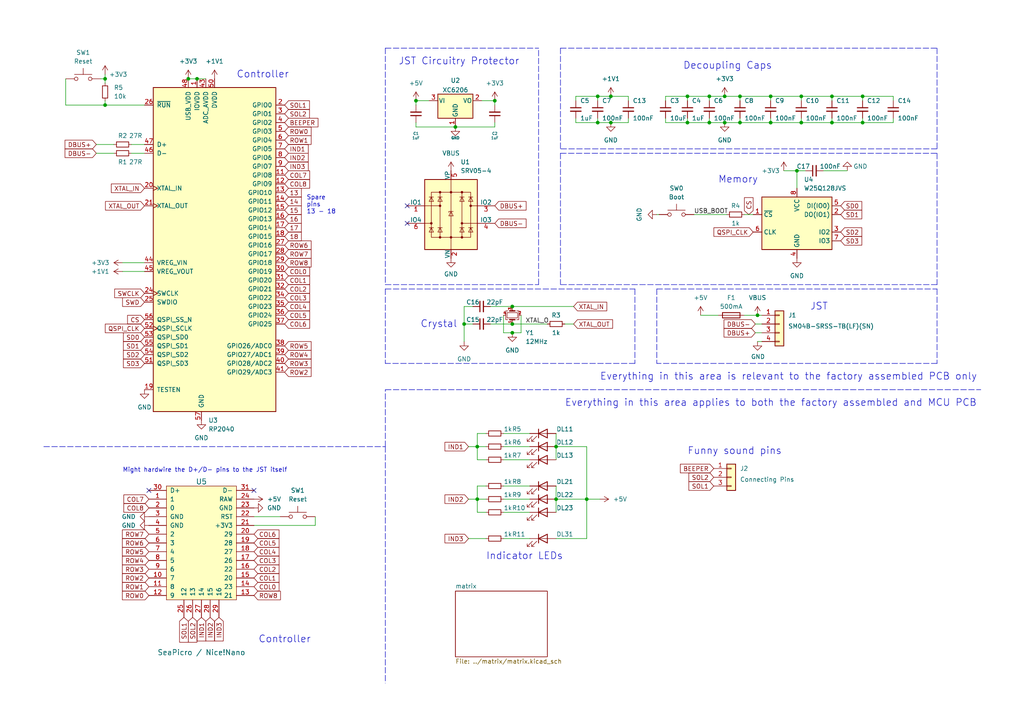
<source format=kicad_sch>
(kicad_sch (version 20211123) (generator eeschema)
  (paper "A4")
  (lib_symbols
    (symbol "Conn_01x04_1" (pin_names (offset 1.016) hide)
      (property "Reference" "J2" (at 2.54 2.54 0))
      (property "Value" "Conn_01x04_1" (at 2.54 -0.635 0))
      (symbol "Conn_01x04_1_1_1"
        (pin passive line (at -5.08 2.54 0) (length 3.81) (name "Pin_1") (number "1"))
        (pin passive line (at -5.08 0 0) (length 3.81) (name "Pin_2") (number "2"))
        (pin passive line (at -5.08 -2.54 0) (length 3.81) (name "Pin_3") (number "3"))
      )
    )
    (symbol "Connector_Generic:Conn_01x04" (pin_names (offset 1.016) hide)
      (property "Reference" "J" (at 0 5.08 0))
      (property "Value" "Conn_01x04" (at 0 -7.62 0))
      (symbol "Conn_01x04_1_1"
        (pin passive line (at -5.08 2.54 0) (length 3.81) (name "Pin_1") (number "1"))
        (pin passive line (at -5.08 0 0) (length 3.81) (name "Pin_2") (number "2"))
        (pin passive line (at -5.08 -2.54 0) (length 3.81) (name "Pin_3") (number "3"))
        (pin passive line (at -5.08 -5.08 0) (length 3.81) (name "Pin_4") (number "4"))
      )
    )
    (symbol "Device:C_Small" (pin_numbers hide) (pin_names (offset 0.254) hide)
      (property "Reference" "C" (at 0.254 1.778 0))
      (property "Value" "C_Small" (at 0.254 -2.032 0))
      (symbol "C_Small_1_1"
        (pin passive line (at 0 2.54 270) (length 2.032) (name "~") (number "1"))
        (pin passive line (at 0 -2.54 90) (length 2.032) (name "~") (number "2"))
      )
    )
    (symbol "Device:Crystal_GND24_Small" (pin_names (offset 1.016) hide)
      (property "Reference" "Y" (at 1.27 4.445 0))
      (property "Value" "Crystal_GND24_Small" (at 1.27 2.54 0))
      (symbol "Crystal_GND24_Small_1_1"
        (pin passive line (at -2.54 0 0) (length 1.27) (name "1") (number "1"))
        (pin passive line (at 0 -2.54 90) (length 0.635) (name "2") (number "2"))
        (pin passive line (at 2.54 0 180) (length 1.27) (name "3") (number "3"))
        (pin passive line (at 0 2.54 270) (length 0.635) (name "4") (number "4"))
      )
    )
    (symbol "Device:Fuse" (pin_numbers hide) (pin_names (offset 0))
      (property "Reference" "F" (at 2.032 0 90))
      (property "Value" "Fuse" (at -1.905 0 90))
      (symbol "Fuse_1_1"
        (pin passive line (at 0 3.81 270) (length 1.27) (name "~") (number "1"))
        (pin passive line (at 0 -3.81 90) (length 1.27) (name "~") (number "2"))
      )
    )
    (symbol "Device:LED" (pin_numbers hide) (pin_names (offset 1.016) hide)
      (property "Reference" "D" (at 0 2.54 0))
      (property "Value" "LED" (at 0 -2.54 0))
      (symbol "LED_1_1"
        (pin passive line (at -3.81 0 0) (length 2.54) (name "K") (number "1"))
        (pin passive line (at 3.81 0 180) (length 2.54) (name "A") (number "2"))
      )
    )
    (symbol "Device:R_Small" (pin_numbers hide) (pin_names (offset 0.254) hide)
      (property "Reference" "R" (at 0.762 0.508 0))
      (property "Value" "R_Small" (at 0.762 -1.016 0))
      (symbol "R_Small_1_1"
        (pin passive line (at 0 2.54 270) (length 0.762) (name "~") (number "1"))
        (pin passive line (at 0 -2.54 90) (length 0.762) (name "~") (number "2"))
      )
    )
    (symbol "Memory_Flash:W25Q128JVS"
      (property "Reference" "U" (at -8.89 8.89 0))
      (property "Value" "W25Q128JVS" (at 7.62 8.89 0))
      (symbol "W25Q128JVS_1_1"
        (pin input line (at -12.7 2.54 0) (length 2.54) (name "~{CS}") (number "1"))
        (pin bidirectional line (at 12.7 2.54 180) (length 2.54) (name "DO(IO1)") (number "2"))
        (pin bidirectional line (at 12.7 -2.54 180) (length 2.54) (name "IO2") (number "3"))
        (pin power_in line (at 0 -10.16 90) (length 2.54) (name "GND") (number "4"))
        (pin bidirectional line (at 12.7 5.08 180) (length 2.54) (name "DI(IO0)") (number "5"))
        (pin input line (at -12.7 -2.54 0) (length 2.54) (name "CLK") (number "6"))
        (pin bidirectional line (at 12.7 -5.08 180) (length 2.54) (name "IO3") (number "7"))
        (pin power_in line (at 0 10.16 270) (length 2.54) (name "VCC") (number "8"))
      )
    )
    (symbol "Regulator_Linear:XC6206PxxxMR" (pin_names (offset 0.254))
      (property "Reference" "U" (at -3.81 3.175 0))
      (property "Value" "XC6206PxxxMR" (at 0 3.175 0))
      (symbol "XC6206PxxxMR_1_1"
        (pin power_in line (at 0 -7.62 90) (length 2.54) (name "GND") (number "1"))
        (pin power_out line (at 7.62 0 180) (length 2.54) (name "VO") (number "2"))
        (pin power_in line (at -7.62 0 0) (length 2.54) (name "VI") (number "3"))
      )
    )
    (symbol "Sleep-lib:RP2040" (pin_names (offset 1.016))
      (property "Reference" "U" (at 8.89 51.435 0))
      (property "Value" "RP2040" (at 8.89 48.895 0))
      (symbol "RP2040_1_1"
        (pin power_in line (at -5.08 50.8 270) (length 2.54) (name "IOVDD") (number "1"))
        (pin power_in line (at -5.08 50.8 270) (length 2.54) hide (name "IOVDD") (number "10"))
        (pin input line (at 20.32 22.86 180) (length 2.54) (name "GPIO8") (number "11"))
        (pin input line (at 20.32 20.32 180) (length 2.54) (name "GPIO9") (number "12"))
        (pin input line (at 20.32 17.78 180) (length 2.54) (name "GPIO10") (number "13"))
        (pin input line (at 20.32 15.24 180) (length 2.54) (name "GPIO11") (number "14"))
        (pin input line (at 20.32 12.7 180) (length 2.54) (name "GPIO12") (number "15"))
        (pin input line (at 20.32 10.16 180) (length 2.54) (name "GPIO13") (number "16"))
        (pin input line (at 20.32 7.62 180) (length 2.54) (name "GPIO14") (number "17"))
        (pin input line (at 20.32 5.08 180) (length 2.54) (name "GPIO15") (number "18"))
        (pin input line (at -20.32 -39.37 0) (length 2.54) (name "TESTEN") (number "19"))
        (pin input line (at 20.32 43.18 180) (length 2.54) (name "GPIO0") (number "2"))
        (pin input clock (at -20.32 19.05 0) (length 2.54) (name "XTAL_IN") (number "20"))
        (pin input clock (at -20.32 13.97 0) (length 2.54) (name "XTAL_OUT") (number "21"))
        (pin power_in line (at -5.08 50.8 270) (length 2.54) hide (name "IOVDD") (number "22"))
        (pin power_in line (at 0 50.8 270) (length 2.54) hide (name "DVDD") (number "23"))
        (pin input clock (at -20.32 -11.43 0) (length 2.54) (name "SWCLK") (number "24"))
        (pin bidirectional line (at -20.32 -13.97 0) (length 2.54) (name "SWDIO") (number "25"))
        (pin input line (at -20.32 43.18 0) (length 2.54) (name "~{RUN}") (number "26"))
        (pin input line (at 20.32 2.54 180) (length 2.54) (name "GPIO16") (number "27"))
        (pin input line (at 20.32 0 180) (length 2.54) (name "GPIO17") (number "28"))
        (pin input line (at 20.32 -2.54 180) (length 2.54) (name "GPIO18") (number "29"))
        (pin input line (at 20.32 40.64 180) (length 2.54) (name "GPIO1") (number "3"))
        (pin input line (at 20.32 -5.08 180) (length 2.54) (name "GPIO19") (number "30"))
        (pin input line (at 20.32 -7.62 180) (length 2.54) (name "GPIO20") (number "31"))
        (pin input line (at 20.32 -10.16 180) (length 2.54) (name "GPIO21") (number "32"))
        (pin power_in line (at -5.08 50.8 270) (length 2.54) hide (name "IOVDD") (number "33"))
        (pin input line (at 20.32 -12.7 180) (length 2.54) (name "GPIO22") (number "34"))
        (pin input line (at 20.32 -15.24 180) (length 2.54) (name "GPIO23") (number "35"))
        (pin input line (at 20.32 -17.78 180) (length 2.54) (name "GPIO24") (number "36"))
        (pin input line (at 20.32 -20.32 180) (length 2.54) (name "GPIO25") (number "37"))
        (pin input line (at 20.32 -26.67 180) (length 2.54) (name "GPIO26/ADC0") (number "38"))
        (pin input line (at 20.32 -29.21 180) (length 2.54) (name "GPIO27/ADC1") (number "39"))
        (pin input line (at 20.32 38.1 180) (length 2.54) (name "GPIO2") (number "4"))
        (pin input line (at 20.32 -31.75 180) (length 2.54) (name "GPIO28/ADC2") (number "40"))
        (pin input line (at 20.32 -34.29 180) (length 2.54) (name "GPIO29/ADC3") (number "41"))
        (pin power_in line (at -5.08 50.8 270) (length 2.54) hide (name "IOVDD") (number "42"))
        (pin power_in line (at -2.54 50.8 270) (length 2.54) (name "ADC_AVDD") (number "43"))
        (pin power_in line (at -20.32 -2.54 0) (length 2.54) (name "VREG_VIN") (number "44"))
        (pin power_out line (at -20.32 -5.08 0) (length 2.54) (name "VREG_VOUT") (number "45"))
        (pin bidirectional line (at -20.32 29.21 0) (length 2.54) (name "D-") (number "46"))
        (pin bidirectional line (at -20.32 31.75 0) (length 2.54) (name "D+") (number "47"))
        (pin power_in line (at -7.62 50.8 270) (length 2.54) (name "USB_VDD") (number "48"))
        (pin power_in line (at -5.08 50.8 270) (length 2.54) hide (name "IOVDD") (number "49"))
        (pin input line (at 20.32 35.56 180) (length 2.54) (name "GPIO3") (number "5"))
        (pin power_in line (at 0 50.8 270) (length 2.54) (name "DVDD") (number "50"))
        (pin bidirectional line (at -20.32 -31.75 0) (length 2.54) (name "QSPI_SD3") (number "51"))
        (pin input clock (at -20.32 -21.59 0) (length 2.54) (name "QSPI_SCLK") (number "52"))
        (pin bidirectional line (at -20.32 -24.13 0) (length 2.54) (name "QSPI_SD0") (number "53"))
        (pin bidirectional line (at -20.32 -29.21 0) (length 2.54) (name "QSPI_SD2") (number "54"))
        (pin bidirectional line (at -20.32 -26.67 0) (length 2.54) (name "QSPI_SD1") (number "55"))
        (pin bidirectional line (at -20.32 -19.05 0) (length 2.54) (name "QSPI_SS_N") (number "56"))
        (pin power_in line (at -3.81 -48.26 90) (length 2.54) (name "GND") (number "57"))
        (pin input line (at 20.32 33.02 180) (length 2.54) (name "GPIO4") (number "6"))
        (pin input line (at 20.32 30.48 180) (length 2.54) (name "GPIO5") (number "7"))
        (pin input line (at 20.32 27.94 180) (length 2.54) (name "GPIO6") (number "8"))
        (pin input line (at 20.32 25.4 180) (length 2.54) (name "GPIO7") (number "9"))
      )
    )
    (symbol "Switch:SW_Push" (pin_numbers hide) (pin_names (offset 1.016) hide)
      (property "Reference" "SW" (at 1.27 2.54 0))
      (property "Value" "SW_Push" (at 0 -1.524 0))
      (symbol "SW_Push_0_1"
        (pin passive line (at -5.08 0 0) (length 2.54) (name "1") (number "1"))
        (pin passive line (at 5.08 0 180) (length 2.54) (name "2") (number "2"))
      )
    )
    (symbol "josh:ProMicro" (pin_names (offset 1.016))
      (property "Reference" "U?" (at 0 26.67 0))
      (property "Value" "SeaPicro" (at 0 -22.86 0))
      (symbol "ProMicro_1_1"
        (pin input line (at -15.24 21.59 0) (length 5.08) (name "1") (number "1"))
        (pin input line (at -15.24 -1.27 0) (length 5.08) (name "7") (number "10"))
        (pin input line (at -15.24 -3.81 0) (length 5.08) (name "8") (number "11"))
        (pin input line (at -15.24 -6.35 0) (length 5.08) (name "9") (number "12"))
        (pin input line (at 15.24 -6.35 180) (length 5.08) (name "21") (number "13"))
        (pin input line (at 15.24 -3.81 180) (length 5.08) (name "23") (number "14"))
        (pin input line (at 15.24 -1.27 180) (length 5.08) (name "20") (number "15"))
        (pin input line (at 15.24 1.27 180) (length 5.08) (name "22") (number "16"))
        (pin input line (at 15.24 3.81 180) (length 5.08) (name "26") (number "17"))
        (pin input line (at 15.24 6.35 180) (length 5.08) (name "27") (number "18"))
        (pin input line (at 15.24 8.89 180) (length 5.08) (name "28") (number "19"))
        (pin input line (at -15.24 19.05 0) (length 5.08) (name "0") (number "2"))
        (pin input line (at 15.24 11.43 180) (length 5.08) (name "29") (number "20"))
        (pin input line (at 15.24 13.97 180) (length 5.08) (name "+3V3") (number "21"))
        (pin input line (at 15.24 16.51 180) (length 5.08) (name "RST") (number "22"))
        (pin input line (at 15.24 19.05 180) (length 5.08) (name "GND") (number "23"))
        (pin input line (at 15.24 21.59 180) (length 5.08) (name "RAW") (number "24"))
        (pin input line (at -5.08 -12.7 90) (length 5.08) (name "12") (number "25"))
        (pin input line (at -2.54 -12.7 90) (length 5.08) (name "13") (number "26"))
        (pin input line (at 0 -12.7 90) (length 5.08) (name "14") (number "27"))
        (pin input line (at 2.54 -12.7 90) (length 5.08) (name "15") (number "28"))
        (pin input line (at 5.08 -12.7 90) (length 5.08) (name "16") (number "29"))
        (pin input line (at -15.24 16.51 0) (length 5.08) (name "GND") (number "3"))
        (pin input line (at -15.24 24.13 0) (length 5.08) (name "D+") (number "30"))
        (pin input line (at 15.24 24.13 180) (length 5.08) (name "D-") (number "31"))
        (pin input line (at -15.24 13.97 0) (length 5.08) (name "GND") (number "4"))
        (pin input line (at -15.24 11.43 0) (length 5.08) (name "2") (number "5"))
        (pin input line (at -15.24 8.89 0) (length 5.08) (name "3") (number "6"))
        (pin input line (at -15.24 6.35 0) (length 5.08) (name "4") (number "7"))
        (pin input line (at -15.24 3.81 0) (length 5.08) (name "5") (number "8"))
        (pin input line (at -15.24 1.27 0) (length 5.08) (name "6") (number "9"))
      )
    )
    (symbol "marbastlib-various:SRV05-4" (pin_names (offset 0))
      (property "Reference" "U" (at -5.08 11.43 0))
      (property "Value" "SRV05-4" (at 2.54 11.43 0))
      (symbol "SRV05-4_1_1"
        (pin passive line (at -12.7 2.54 0) (length 5.08) (name "IO1") (number "1"))
        (pin passive line (at 0 -12.7 90) (length 2.54) (name "VN") (number "2"))
        (pin passive line (at 12.7 2.54 180) (length 5.08) (name "IO2") (number "3"))
        (pin passive line (at 12.7 -2.54 180) (length 5.08) (name "IO3") (number "4"))
        (pin passive line (at 0 12.7 270) (length 2.54) (name "VP") (number "5"))
        (pin passive line (at -12.7 -2.54 0) (length 5.08) (name "IO4") (number "6"))
      )
    )
    (symbol "power:+1V1" (power) (pin_names (offset 0))
      (property "Value" "+1V1" (at 0 3.556 0))
      (symbol "+1V1_1_1"
        (pin power_in line (at 0 0 90) (length 0) hide (name "+1V1") (number "1"))
      )
    )
    (symbol "power:+3.3V" (power) (pin_names (offset 0))
      (property "Value" "+3.3V" (at 0 3.556 0))
      (symbol "+3.3V_1_1"
        (pin power_in line (at 0 0 90) (length 0) hide (name "+3V3") (number "1"))
      )
    )
    (symbol "power:+3V3" (power) (pin_names (offset 0))
      (property "Value" "+3V3" (at 0 3.556 0))
      (symbol "+3V3_1_1"
        (pin power_in line (at 0 0 90) (length 0) hide (name "+3V3") (number "1"))
      )
    )
    (symbol "power:+5V" (power) (pin_names (offset 0))
      (property "Value" "+5V" (at 0 3.556 0))
      (symbol "+5V_1_1"
        (pin power_in line (at 0 0 90) (length 0) hide (name "+5V") (number "1"))
      )
    )
    (symbol "power:GND" (power) (pin_names (offset 0))
      (property "Value" "GND" (at 0 -3.81 0))
      (symbol "GND_1_1"
        (pin power_in line (at 0 0 270) (length 0) hide (name "GND") (number "1"))
      )
    )
    (symbol "power:VBUS" (power) (pin_names (offset 0))
      (property "Value" "VBUS" (at 0 3.81 0))
      (symbol "VBUS_1_1"
        (pin power_in line (at 0 0 90) (length 0) hide (name "VBUS") (number "1"))
      )
    )
  )
  (junction (at 177.165 27.94))
  (junction (at 148.59 93.98))
  (junction (at 232.41 35.56))
  (junction (at 205.74 27.94))
  (junction (at 241.3 27.94))
  (junction (at 232.41 27.94))
  (junction (at 214.63 27.94))
  (junction (at 138.43 144.78))
  (junction (at 214.63 35.56))
  (junction (at 210.185 35.56))
  (junction (at 30.48 30.48))
  (junction (at 223.52 27.94))
  (junction (at 250.19 27.94))
  (junction (at 173.355 35.56))
  (junction (at 138.43 129.54))
  (junction (at 223.52 35.56))
  (junction (at 161.29 129.54))
  (junction (at 219.71 91.44))
  (junction (at 199.39 35.56))
  (junction (at 205.74 35.56))
  (junction (at 161.29 144.78))
  (junction (at 57.15 22.86))
  (junction (at 210.185 27.94))
  (junction (at 177.165 35.56))
  (junction (at 199.39 27.94))
  (junction (at 30.48 22.86))
  (junction (at 231.14 49.53))
  (junction (at 148.59 96.52))
  (junction (at 54.61 22.86))
  (junction (at 120.65 29.21) (diameter 0.9144))
  (junction (at 134.62 93.98))
  (junction (at 170.18 144.78))
  (junction (at 143.51 29.21) (diameter 0.9144))
  (junction (at 148.59 88.9))
  (junction (at 250.19 35.56))
  (junction (at 173.355 27.94))
  (junction (at 132.08 36.83) (diameter 0.9144))
  (junction (at 241.3 35.56))
  (no_connect (at 43.18 142.24))
  (no_connect (at 73.66 142.24))
  (no_connect (at 118.11 64.77))
  (no_connect (at 118.11 59.69))
  (wire (pts (xy 135.89 129.54) (xy 138.43 129.54)))
  (wire (pts (xy 214.63 35.56) (xy 223.52 35.56)))
  (wire (pts (xy 173.99 144.78) (xy 170.18 144.78)))
  (wire (pts (xy 138.43 129.54) (xy 138.43 133.35)))
  (wire (pts (xy 30.48 29.21) (xy 30.48 30.48)))
  (polyline (pts (xy 184.15 83.82) (xy 184.15 105.41)))
  (wire (pts (xy 91.44 152.4) (xy 91.44 149.86)))
  (wire (pts (xy 146.05 156.21) (xy 153.67 156.21)))
  (wire (pts (xy 120.65 35.56) (xy 120.65 36.83)))
  (wire (pts (xy 146.05 96.52) (xy 148.59 96.52)))
  (wire (pts (xy 132.08 36.83) (xy 143.51 36.83)))
  (wire (pts (xy 177.165 27.94) (xy 173.355 27.94)))
  (wire (pts (xy 30.48 21.59) (xy 30.48 22.86)))
  (wire (pts (xy 151.13 91.44) (xy 151.13 96.52)))
  (wire (pts (xy 201.295 62.23) (xy 210.82 62.23)))
  (wire (pts (xy 214.63 27.94) (xy 223.52 27.94)))
  (wire (pts (xy 35.56 76.2) (xy 41.91 76.2)))
  (wire (pts (xy 138.43 129.54) (xy 140.97 129.54)))
  (polyline (pts (xy 156.21 82.55) (xy 156.21 13.97)))
  (polyline (pts (xy 162.56 44.45) (xy 271.78 44.45)))
  (wire (pts (xy 138.43 144.78) (xy 140.97 144.78)))
  (wire (pts (xy 173.355 27.94) (xy 167.005 27.94)))
  (wire (pts (xy 139.7 29.21) (xy 143.51 29.21)))
  (wire (pts (xy 220.98 93.98) (xy 219.075 93.98)))
  (wire (pts (xy 238.76 49.53) (xy 245.745 49.53)))
  (polyline (pts (xy 111.76 13.97) (xy 111.76 82.55)))
  (wire (pts (xy 161.29 125.73) (xy 161.29 129.54)))
  (wire (pts (xy 167.005 35.56) (xy 173.355 35.56)))
  (wire (pts (xy 19.05 30.48) (xy 19.05 22.86)))
  (wire (pts (xy 138.43 144.78) (xy 138.43 148.59)))
  (wire (pts (xy 138.43 148.59) (xy 140.97 148.59)))
  (wire (pts (xy 193.04 35.56) (xy 199.39 35.56)))
  (wire (pts (xy 120.65 29.21) (xy 124.46 29.21)))
  (polyline (pts (xy 111.76 82.55) (xy 156.21 82.55)))
  (wire (pts (xy 215.9 62.23) (xy 218.44 62.23)))
  (wire (pts (xy 223.52 35.56) (xy 232.41 35.56)))
  (wire (pts (xy 182.245 27.94) (xy 182.245 29.21)))
  (wire (pts (xy 219.71 99.06) (xy 220.98 99.06)))
  (polyline (pts (xy 162.56 44.45) (xy 162.56 82.55)))
  (wire (pts (xy 30.48 22.86) (xy 30.48 24.13)))
  (wire (pts (xy 241.3 27.94) (xy 250.19 27.94)))
  (wire (pts (xy 73.66 149.86) (xy 81.28 149.86)))
  (wire (pts (xy 232.41 35.56) (xy 241.3 35.56)))
  (wire (pts (xy 232.41 27.94) (xy 232.41 29.21)))
  (wire (pts (xy 137.16 88.9) (xy 134.62 88.9)))
  (wire (pts (xy 134.62 93.98) (xy 134.62 99.06)))
  (wire (pts (xy 146.05 91.44) (xy 146.05 96.52)))
  (wire (pts (xy 138.43 133.35) (xy 140.97 133.35)))
  (wire (pts (xy 143.51 35.56) (xy 143.51 36.83)))
  (wire (pts (xy 250.19 35.56) (xy 250.19 34.29)))
  (wire (pts (xy 215.9 91.44) (xy 219.71 91.44)))
  (wire (pts (xy 120.65 29.21) (xy 120.65 30.48)))
  (polyline (pts (xy 271.78 83.82) (xy 271.78 105.41)))
  (wire (pts (xy 138.43 140.97) (xy 140.97 140.97)))
  (polyline (pts (xy 190.5 83.82) (xy 190.5 105.41)))
  (wire (pts (xy 193.04 34.29) (xy 193.04 35.56)))
  (polyline (pts (xy 271.78 13.97) (xy 271.78 43.18)))
  (wire (pts (xy 148.59 88.9) (xy 166.37 88.9)))
  (wire (pts (xy 138.43 125.73) (xy 138.43 129.54)))
  (polyline (pts (xy 162.56 13.97) (xy 162.56 43.18)))
  (wire (pts (xy 161.29 129.54) (xy 161.29 133.35)))
  (wire (pts (xy 232.41 27.94) (xy 241.3 27.94)))
  (wire (pts (xy 138.43 140.97) (xy 138.43 144.78)))
  (wire (pts (xy 210.185 27.94) (xy 214.63 27.94)))
  (wire (pts (xy 205.74 27.94) (xy 205.74 29.21)))
  (polyline (pts (xy 271.78 44.45) (xy 271.78 82.55)))
  (wire (pts (xy 29.21 22.86) (xy 30.48 22.86)))
  (wire (pts (xy 146.05 129.54) (xy 153.67 129.54)))
  (wire (pts (xy 193.04 27.94) (xy 199.39 27.94)))
  (wire (pts (xy 134.62 88.9) (xy 134.62 93.98)))
  (wire (pts (xy 54.61 22.86) (xy 57.15 22.86)))
  (wire (pts (xy 73.66 152.4) (xy 91.44 152.4)))
  (wire (pts (xy 223.52 27.94) (xy 232.41 27.94)))
  (wire (pts (xy 231.14 49.53) (xy 233.68 49.53)))
  (wire (pts (xy 259.08 27.94) (xy 259.08 29.21)))
  (wire (pts (xy 241.3 34.29) (xy 241.3 35.56)))
  (wire (pts (xy 173.355 34.29) (xy 173.355 35.56)))
  (wire (pts (xy 27.94 44.45) (xy 33.02 44.45)))
  (wire (pts (xy 210.185 35.56) (xy 214.63 35.56)))
  (wire (pts (xy 223.52 27.94) (xy 223.52 29.21)))
  (polyline (pts (xy 190.5 83.82) (xy 271.78 83.82)))
  (wire (pts (xy 170.18 129.54) (xy 170.18 144.78)))
  (wire (pts (xy 135.89 156.21) (xy 140.97 156.21)))
  (wire (pts (xy 151.13 96.52) (xy 148.59 96.52)))
  (wire (pts (xy 193.04 29.21) (xy 193.04 27.94)))
  (wire (pts (xy 19.05 30.48) (xy 30.48 30.48)))
  (polyline (pts (xy 12.7 129.54) (xy 111.76 129.54)))
  (wire (pts (xy 205.74 35.56) (xy 210.185 35.56)))
  (wire (pts (xy 146.05 144.78) (xy 153.67 144.78)))
  (wire (pts (xy 203.2 91.44) (xy 208.28 91.44)))
  (wire (pts (xy 173.355 27.94) (xy 173.355 29.21)))
  (wire (pts (xy 161.29 140.97) (xy 161.29 144.78)))
  (wire (pts (xy 146.05 140.97) (xy 153.67 140.97)))
  (polyline (pts (xy 271.78 105.41) (xy 190.5 105.41)))
  (wire (pts (xy 146.05 148.59) (xy 153.67 148.59)))
  (wire (pts (xy 177.165 27.94) (xy 182.245 27.94)))
  (wire (pts (xy 143.51 29.21) (xy 143.51 30.48)))
  (wire (pts (xy 250.19 27.94) (xy 259.08 27.94)))
  (wire (pts (xy 142.24 93.98) (xy 148.59 93.98)))
  (wire (pts (xy 177.165 35.56) (xy 182.245 35.56)))
  (wire (pts (xy 38.1 41.91) (xy 41.91 41.91)))
  (wire (pts (xy 241.3 27.94) (xy 241.3 29.21)))
  (wire (pts (xy 205.74 27.94) (xy 210.185 27.94)))
  (wire (pts (xy 219.71 91.44) (xy 220.98 91.44)))
  (wire (pts (xy 214.63 35.56) (xy 214.63 34.29)))
  (wire (pts (xy 142.24 88.9) (xy 148.59 88.9)))
  (wire (pts (xy 57.15 22.86) (xy 59.69 22.86)))
  (wire (pts (xy 214.63 27.94) (xy 214.63 29.21)))
  (wire (pts (xy 232.41 34.29) (xy 232.41 35.56)))
  (wire (pts (xy 241.3 35.56) (xy 250.19 35.56)))
  (wire (pts (xy 170.18 144.78) (xy 170.18 156.21)))
  (wire (pts (xy 161.29 144.78) (xy 170.18 144.78)))
  (wire (pts (xy 250.19 35.56) (xy 259.08 35.56)))
  (wire (pts (xy 173.355 35.56) (xy 177.165 35.56)))
  (polyline (pts (xy 162.56 13.97) (xy 271.78 13.97)))
  (wire (pts (xy 205.74 27.94) (xy 199.39 27.94)))
  (wire (pts (xy 199.39 27.94) (xy 199.39 29.21)))
  (wire (pts (xy 259.08 35.56) (xy 259.08 34.29)))
  (wire (pts (xy 199.39 35.56) (xy 205.74 35.56)))
  (wire (pts (xy 132.08 36.83) (xy 120.65 36.83)))
  (wire (pts (xy 250.19 27.94) (xy 250.19 29.21)))
  (wire (pts (xy 134.62 93.98) (xy 137.16 93.98)))
  (wire (pts (xy 38.1 44.45) (xy 41.91 44.45)))
  (wire (pts (xy 30.48 30.48) (xy 41.91 30.48)))
  (wire (pts (xy 219.075 96.52) (xy 220.98 96.52)))
  (wire (pts (xy 190.5 62.23) (xy 191.135 62.23)))
  (polyline (pts (xy 111.76 83.82) (xy 184.15 83.82)))
  (wire (pts (xy 205.74 34.29) (xy 205.74 35.56)))
  (polyline (pts (xy 111.76 113.03) (xy 284.48 113.03)))
  (polyline (pts (xy 111.76 13.97) (xy 156.21 13.97)))
  (wire (pts (xy 167.005 34.29) (xy 167.005 35.56)))
  (polyline (pts (xy 184.15 105.41) (xy 111.76 105.41)))
  (wire (pts (xy 148.59 93.98) (xy 158.75 93.98)))
  (wire (pts (xy 161.29 148.59) (xy 161.29 144.78)))
  (wire (pts (xy 146.05 133.35) (xy 153.67 133.35)))
  (polyline (pts (xy 271.78 82.55) (xy 162.56 82.55)))
  (wire (pts (xy 227.33 49.53) (xy 231.14 49.53)))
  (wire (pts (xy 135.89 144.78) (xy 138.43 144.78)))
  (wire (pts (xy 199.39 34.29) (xy 199.39 35.56)))
  (wire (pts (xy 35.56 78.74) (xy 41.91 78.74)))
  (wire (pts (xy 182.245 35.56) (xy 182.245 34.29)))
  (polyline (pts (xy 111.76 129.54) (xy 111.76 113.03)))
  (wire (pts (xy 27.94 41.91) (xy 33.02 41.91)))
  (wire (pts (xy 138.43 125.73) (xy 140.97 125.73)))
  (polyline (pts (xy 271.78 43.18) (xy 162.56 43.18)))
  (wire (pts (xy 161.29 156.21) (xy 170.18 156.21)))
  (polyline (pts (xy 111.76 129.54) (xy 111.76 198.12)))
  (wire (pts (xy 146.05 125.73) (xy 153.67 125.73)))
  (wire (pts (xy 231.14 49.53) (xy 231.14 54.61)))
  (wire (pts (xy 167.005 27.94) (xy 167.005 29.21)))
  (wire (pts (xy 163.83 93.98) (xy 166.37 93.98)))
  (wire (pts (xy 223.52 35.56) (xy 223.52 34.29)))
  (wire (pts (xy 161.29 129.54) (xy 170.18 129.54)))
  (polyline (pts (xy 111.76 83.82) (xy 111.76 105.41)))
  (text "Spare\npins\n13 - 18" (at 88.9 62.23 0) (effects (font (size 1.27 1.27)) (justify left bottom)))
  (text "Controller" (at 74.93 186.69 0) (effects (font (size 2.032 2.032)) (justify left bottom)))
  (text "Everything in this area applies to both the factory assembled and MCU PCB\n" (at 163.83 118.11 0) (effects (font (size 2.032 2.032)) (justify left bottom)))
  (text "Crystal" (at 121.92 95.25 0) (effects (font (size 2.032 2.032)) (justify left bottom)))
  (text "Decoupling Caps" (at 198.12 20.32 0) (effects (font (size 2.032 2.032)) (justify left bottom)))
  (text "Controller" (at 68.58 22.86 0) (effects (font (size 2.032 2.032)) (justify left bottom)))
  (text "Might hardwire the D+/D- pins to the JST itself" (at 35.56 137.16 0) (effects (font (size 1.27 1.27)) (justify left bottom)))
  (text "Indicator LEDs" (at 140.97 162.56 0) (effects (font (size 2.032 2.032)) (justify left bottom)))
  (text "Everything in this area is relevant to the factory assembled PCB only" (at 173.99 110.49 0) (effects (font (size 2.032 2.032)) (justify left bottom)))
  (text "JST Circuitry Protector" (at 115.57 19.05 0) (effects (font (size 2.032 2.032)) (justify left bottom)))
  (text "Funny sound pins" (at 199.39 132.08 0) (effects (font (size 2.032 2.032)) (justify left bottom)))
  (text "Memory" (at 208.28 53.34 0) (effects (font (size 2.032 2.032)) (justify left bottom)))
  (text "JST" (at 234.95 90.17 0) (effects (font (size 2.032 2.032)) (justify left bottom)))
  (label "XTAL_O" (at 152.4 93.98 0))
  (label "USB_BOOT" (at 201.295 62.23 0))
  (global_label "SD1" (shape input) (at 243.84 62.23 0) (property "Intersheet References" "${INTERSHEET_REFS}" (effects hide)))
  (global_label "XTAL_OUT" (shape input) (at 166.37 93.98 0) (property "Intersheet References" "${INTERSHEET_REFS}" (effects hide)))
  (global_label "ROW4" (shape input) (at 82.55 102.87 0) (property "Intersheet References" "${INTERSHEET_REFS}" (effects hide)))
  (global_label "17" (shape input) (at 82.55 66.04 0) (property "Intersheet References" "${INTERSHEET_REFS}" (effects hide)))
  (global_label "SD1" (shape input) (at 41.91 100.33 180) (property "Intersheet References" "${INTERSHEET_REFS}" (effects hide)))
  (global_label "CS" (shape input) (at 217.17 62.23 90) (property "Intersheet References" "${INTERSHEET_REFS}" (effects hide)))
  (global_label "COL6" (shape input) (at 82.55 93.98 0) (property "Intersheet References" "${INTERSHEET_REFS}" (effects hide)))
  (global_label "DBUS-" (shape input) (at 27.94 44.45 180) (property "Intersheet References" "${INTERSHEET_REFS}" (effects hide)))
  (global_label "ROW8" (shape input) (at 82.55 76.2 0) (property "Intersheet References" "${INTERSHEET_REFS}" (effects hide)))
  (global_label "ROW7" (shape input) (at 82.55 73.66 0) (property "Intersheet References" "${INTERSHEET_REFS}" (effects hide)))
  (global_label "QSPI_CLK" (shape input) (at 41.91 95.25 180) (property "Intersheet References" "${INTERSHEET_REFS}" (effects hide)))
  (global_label "COL3" (shape input) (at 73.66 162.56 0) (property "Intersheet References" "${INTERSHEET_REFS}" (effects hide)))
  (global_label "BEEPER" (shape input) (at 207.01 135.89 180) (property "Intersheet References" "${INTERSHEET_REFS}" (effects hide)))
  (global_label "ROW2" (shape input) (at 43.18 167.64 180) (property "Intersheet References" "${INTERSHEET_REFS}" (effects hide)))
  (global_label "COL1" (shape input) (at 82.55 81.28 0) (property "Intersheet References" "${INTERSHEET_REFS}" (effects hide)))
  (global_label "IND1" (shape input) (at 135.89 129.54 180) (property "Intersheet References" "${INTERSHEET_REFS}" (effects hide)))
  (global_label "SD2" (shape input) (at 41.91 102.87 180) (property "Intersheet References" "${INTERSHEET_REFS}" (effects hide)))
  (global_label "COL8" (shape input) (at 82.55 53.34 0) (property "Intersheet References" "${INTERSHEET_REFS}" (effects hide)))
  (global_label "COL2" (shape input) (at 73.66 165.1 0) (property "Intersheet References" "${INTERSHEET_REFS}" (effects hide)))
  (global_label "SD3" (shape input) (at 243.84 69.85 0) (property "Intersheet References" "${INTERSHEET_REFS}" (effects hide)))
  (global_label "COL0" (shape input) (at 82.55 78.74 0) (property "Intersheet References" "${INTERSHEET_REFS}" (effects hide)))
  (global_label "ROW0" (shape input) (at 43.18 172.72 180) (property "Intersheet References" "${INTERSHEET_REFS}" (effects hide)))
  (global_label "COL3" (shape input) (at 82.55 86.36 0) (property "Intersheet References" "${INTERSHEET_REFS}" (effects hide)))
  (global_label "COL4" (shape input) (at 82.55 88.9 0) (property "Intersheet References" "${INTERSHEET_REFS}" (effects hide)))
  (global_label "16" (shape input) (at 82.55 63.5 0) (property "Intersheet References" "${INTERSHEET_REFS}" (effects hide)))
  (global_label "SD0" (shape input) (at 243.84 59.69 0) (property "Intersheet References" "${INTERSHEET_REFS}" (effects hide)))
  (global_label "ROW0" (shape input) (at 82.55 38.1 0) (property "Intersheet References" "${INTERSHEET_REFS}" (effects hide)))
  (global_label "SOL2" (shape input) (at 55.88 179.07 270) (property "Intersheet References" "${INTERSHEET_REFS}" (effects hide)))
  (global_label "ROW5" (shape input) (at 82.55 100.33 0) (property "Intersheet References" "${INTERSHEET_REFS}" (effects hide)))
  (global_label "IND2" (shape input) (at 82.55 45.72 0) (property "Intersheet References" "${INTERSHEET_REFS}" (effects hide)))
  (global_label "IND2" (shape input) (at 135.89 144.78 180) (property "Intersheet References" "${INTERSHEET_REFS}" (effects hide)))
  (global_label "COL1" (shape input) (at 73.66 167.64 0) (property "Intersheet References" "${INTERSHEET_REFS}" (effects hide)))
  (global_label "13" (shape input) (at 82.55 55.88 0) (property "Intersheet References" "${INTERSHEET_REFS}" (effects hide)))
  (global_label "IND3" (shape input) (at 82.55 48.26 0) (property "Intersheet References" "${INTERSHEET_REFS}" (effects hide)))
  (global_label "ROW5" (shape input) (at 43.18 160.02 180) (property "Intersheet References" "${INTERSHEET_REFS}" (effects hide)))
  (global_label "IND1" (shape input) (at 58.42 179.07 270) (property "Intersheet References" "${INTERSHEET_REFS}" (effects hide)))
  (global_label "CS" (shape input) (at 41.91 92.71 180) (property "Intersheet References" "${INTERSHEET_REFS}" (effects hide)))
  (global_label "ROW3" (shape input) (at 82.55 105.41 0) (property "Intersheet References" "${INTERSHEET_REFS}" (effects hide)))
  (global_label "ROW1" (shape input) (at 82.55 40.64 0) (property "Intersheet References" "${INTERSHEET_REFS}" (effects hide)))
  (global_label "COL8" (shape input) (at 43.18 147.32 180) (property "Intersheet References" "${INTERSHEET_REFS}" (effects hide)))
  (global_label "15" (shape input) (at 82.55 60.96 0) (property "Intersheet References" "${INTERSHEET_REFS}" (effects hide)))
  (global_label "COL6" (shape input) (at 73.66 154.94 0) (property "Intersheet References" "${INTERSHEET_REFS}" (effects hide)))
  (global_label "ROW6" (shape input) (at 82.55 71.12 0) (property "Intersheet References" "${INTERSHEET_REFS}" (effects hide)))
  (global_label "SD0" (shape input) (at 41.91 97.79 180) (property "Intersheet References" "${INTERSHEET_REFS}" (effects hide)))
  (global_label "COL4" (shape input) (at 73.66 160.02 0) (property "Intersheet References" "${INTERSHEET_REFS}" (effects hide)))
  (global_label "COL2" (shape input) (at 82.55 83.82 0) (property "Intersheet References" "${INTERSHEET_REFS}" (effects hide)))
  (global_label "DBUS+" (shape input) (at 143.51 59.69 0) (property "Intersheet References" "${INTERSHEET_REFS}" (effects hide)))
  (global_label "SD3" (shape input) (at 41.91 105.41 180) (property "Intersheet References" "${INTERSHEET_REFS}" (effects hide)))
  (global_label "BEEPER" (shape input) (at 82.55 35.56 0) (property "Intersheet References" "${INTERSHEET_REFS}" (effects hide)))
  (global_label "COL0" (shape input) (at 73.66 170.18 0) (property "Intersheet References" "${INTERSHEET_REFS}" (effects hide)))
  (global_label "SOL1" (shape input) (at 207.01 140.97 180) (property "Intersheet References" "${INTERSHEET_REFS}" (effects hide)))
  (global_label "ROW2" (shape input) (at 82.55 107.95 0) (property "Intersheet References" "${INTERSHEET_REFS}" (effects hide)))
  (global_label "14" (shape input) (at 82.55 58.42 0) (property "Intersheet References" "${INTERSHEET_REFS}" (effects hide)))
  (global_label "SOL2" (shape input) (at 82.55 33.02 0) (property "Intersheet References" "${INTERSHEET_REFS}" (effects hide)))
  (global_label "COL5" (shape input) (at 82.55 91.44 0) (property "Intersheet References" "${INTERSHEET_REFS}" (effects hide)))
  (global_label "SWD" (shape input) (at 41.91 87.63 180) (property "Intersheet References" "${INTERSHEET_REFS}" (effects hide)))
  (global_label "SWCLK" (shape input) (at 41.91 85.09 180) (property "Intersheet References" "${INTERSHEET_REFS}" (effects hide)))
  (global_label "ROW1" (shape input) (at 43.18 170.18 180) (property "Intersheet References" "${INTERSHEET_REFS}" (effects hide)))
  (global_label "COL7" (shape input) (at 82.55 50.8 0) (property "Intersheet References" "${INTERSHEET_REFS}" (effects hide)))
  (global_label "SOL2" (shape input) (at 207.01 138.43 180) (property "Intersheet References" "${INTERSHEET_REFS}" (effects hide)))
  (global_label "SD2" (shape input) (at 243.84 67.31 0) (property "Intersheet References" "${INTERSHEET_REFS}" (effects hide)))
  (global_label "IND3" (shape input) (at 135.89 156.21 180) (property "Intersheet References" "${INTERSHEET_REFS}" (effects hide)))
  (global_label "XTAL_IN" (shape input) (at 41.91 54.61 180) (property "Intersheet References" "${INTERSHEET_REFS}" (effects hide)))
  (global_label "DBUS+" (shape input) (at 27.94 41.91 180) (property "Intersheet References" "${INTERSHEET_REFS}" (effects hide)))
  (global_label "QSPI_CLK" (shape input) (at 218.44 67.31 180) (property "Intersheet References" "${INTERSHEET_REFS}" (effects hide)))
  (global_label "ROW6" (shape input) (at 43.18 157.48 180) (property "Intersheet References" "${INTERSHEET_REFS}" (effects hide)))
  (global_label "DBUS+" (shape input) (at 219.075 96.52 180) (property "Intersheet References" "${INTERSHEET_REFS}" (effects hide)))
  (global_label "ROW8" (shape input) (at 73.66 172.72 0) (property "Intersheet References" "${INTERSHEET_REFS}" (effects hide)))
  (global_label "18" (shape input) (at 82.55 68.58 0) (property "Intersheet References" "${INTERSHEET_REFS}" (effects hide)))
  (global_label "COL5" (shape input) (at 73.66 157.48 0) (property "Intersheet References" "${INTERSHEET_REFS}" (effects hide)))
  (global_label "DBUS-" (shape input) (at 143.51 64.77 0) (property "Intersheet References" "${INTERSHEET_REFS}" (effects hide)))
  (global_label "DBUS-" (shape input) (at 219.075 93.98 180) (property "Intersheet References" "${INTERSHEET_REFS}" (effects hide)))
  (global_label "XTAL_IN" (shape input) (at 166.37 88.9 0) (property "Intersheet References" "${INTERSHEET_REFS}" (effects hide)))
  (global_label "SOL1" (shape input) (at 53.34 179.07 270) (property "Intersheet References" "${INTERSHEET_REFS}" (effects hide)))
  (global_label "COL7" (shape input) (at 43.18 144.78 180) (property "Intersheet References" "${INTERSHEET_REFS}" (effects hide)))
  (global_label "IND2" (shape input) (at 60.96 179.07 270) (property "Intersheet References" "${INTERSHEET_REFS}" (effects hide)))
  (global_label "ROW3" (shape input) (at 43.18 165.1 180) (property "Intersheet References" "${INTERSHEET_REFS}" (effects hide)))
  (global_label "IND3" (shape input) (at 63.5 179.07 270) (property "Intersheet References" "${INTERSHEET_REFS}" (effects hide)))
  (global_label "SOL1" (shape input) (at 82.55 30.48 0) (property "Intersheet References" "${INTERSHEET_REFS}" (effects hide)))
  (global_label "IND1" (shape input) (at 82.55 43.18 0) (property "Intersheet References" "${INTERSHEET_REFS}" (effects hide)))
  (global_label "ROW7" (shape input) (at 43.18 154.94 180) (property "Intersheet References" "${INTERSHEET_REFS}" (effects hide)))
  (global_label "ROW4" (shape input) (at 43.18 162.56 180) (property "Intersheet References" "${INTERSHEET_REFS}" (effects hide)))
  (global_label "XTAL_OUT" (shape input) (at 41.91 59.69 180) (property "Intersheet References" "${INTERSHEET_REFS}" (effects hide)))
  (symbol (lib_id "Device:C_Small") (at 205.74 31.75 0) (unit 1)
    (property "Reference" "C6" (at 207.01 29.2099 0) (effects (justify left)))
    (property "Value" "100nF" (at 207.01 34.2899 0) (effects (justify left)))
    (property "Footprint" "Capacitor_SMD:C_0402_1005Metric" (effects hide))
    (property "LCSC" "C1525" (effects hide))
  )
  (symbol (lib_id "power:GND") (at 43.18 152.4 270) (unit 1)
    (property "Reference" "#PWR0120" (effects hide))
    (property "Value" "GND" (at 39.37 152.3999 90) (effects (justify right)))
  )
  (symbol (lib_id "Device:C_Small") (at 236.22 49.53 90) (unit 1)
    (property "Reference" "C17" (at 234.9499 48.26 90) (effects (justify left)))
    (property "Value" "100nF" (at 243.8399 48.26 90) (effects (justify left)))
    (property "Footprint" "Capacitor_SMD:C_0402_1005Metric" (effects hide))
    (property "LCSC" "C1525" (effects hide))
  )
  (symbol (lib_id "Switch:SW_Push") (at 24.13 22.86 0) (unit 1) (in_bom no)
    (property "Reference" "SW1" (at 24.13 15.24 0))
    (property "Value" "Reset" (at 24.13 17.78 0))
    (property "Footprint" "Connector_PinSocket_2.54mm:PinSocket_1x02_P2.54mm_Vertical" (effects hide))
  )
  (symbol (lib_id "Device:C_Small") (at 143.51 33.02 180) (unit 1)
    (property "Reference" "C2" (at 143.51 38.735 0) (effects (font (size 0.762 0.762))))
    (property "Value" "1uF" (at 143.51 40.005 0) (effects (font (size 0.762 0.762))))
    (property "Footprint" "Capacitor_SMD:C_0402_1005Metric" (effects hide))
    (property "LCSC" "C52923" (effects hide))
  )
  (symbol (lib_id "power:GND") (at 210.185 35.56 0) (unit 1)
    (property "Reference" "#PWR0112" (effects hide))
    (property "Value" "GND" (at 210.185 40.64 0))
  )
  (symbol (lib_id "power:+3V3") (at 210.185 27.94 0) (unit 1)
    (property "Reference" "#PWR0111" (effects hide))
    (property "Value" "+3V3" (at 210.185 22.86 0))
  )
  (symbol (lib_id "Device:C_Small") (at 199.39 31.75 0) (unit 1)
    (property "Reference" "C4" (at 200.66 29.2099 0) (effects (justify left)))
    (property "Value" "1uF" (at 200.66 34.2899 0) (effects (justify left)))
    (property "Footprint" "Capacitor_SMD:C_0402_1005Metric" (effects hide))
    (property "LCSC" "C52923" (effects hide))
  )
  (symbol (lib_id "Device:C_Small") (at 259.08 31.75 0) (unit 1)
    (property "Reference" "C14" (at 260.35 29.2099 0) (effects (justify left)))
    (property "Value" "100nF" (at 260.35 34.2899 0) (effects (justify left)))
    (property "Footprint" "Capacitor_SMD:C_0402_1005Metric" (effects hide))
    (property "LCSC" "C1525" (effects hide))
  )
  (symbol (lib_id "power:GND") (at 177.165 35.56 0) (unit 1)
    (property "Reference" "#PWR0113" (effects hide))
    (property "Value" "GND" (at 177.165 40.64 0))
  )
  (symbol (lib_id "Device:Fuse") (at 212.09 91.44 90) (unit 1)
    (property "Reference" "F1" (at 212.09 86.36 90))
    (property "Value" "500mA" (at 212.09 88.9 90))
    (property "Footprint" "Fuse:Fuse_1206_3216Metric" (effects hide))
    (property "LCSC" "C70076" (effects hide))
  )
  (symbol (lib_id "Device:C_Small") (at 193.04 31.75 0) (unit 1)
    (property "Reference" "C3" (at 194.31 29.2099 0) (effects (justify left)))
    (property "Value" "10uF" (at 194.31 34.2899 0) (effects (justify left)))
    (property "Footprint" "Capacitor_SMD:C_0402_1005Metric" (effects hide))
    (property "LCSC" "C15525" (effects hide))
  )
  (symbol (lib_id "power:GND") (at 148.59 96.52 0) (unit 1)
    (property "Reference" "#PWR0101" (effects hide))
    (property "Value" "GND" (at 148.59 101.6 0))
  )
  (symbol (lib_id "power:+1V1") (at 35.56 78.74 90) (unit 1)
    (property "Reference" "#PWR0116" (effects hide))
    (property "Value" "+1V1" (at 31.75 78.7399 90) (effects (justify left)))
  )
  (symbol (lib_id "Device:LED") (at 157.48 129.54 0) (unit 1)
    (property "Reference" "DL12" (at 163.83 128.27 0))
    (property "Value" "LED" (effects hide))
  )
  (symbol (lib_id "power:+5V") (at 173.99 144.78 270) (unit 1)
    (property "Reference" "#PWR?" (effects hide))
    (property "Value" "+5V" (at 177.8 144.7799 90) (effects (justify left)))
  )
  (symbol (lib_id "Switch:SW_Push") (at 86.36 149.86 0) (unit 1) (in_bom no)
    (property "Reference" "SW1" (at 86.36 142.24 0))
    (property "Value" "Reset" (at 86.36 144.78 0))
    (property "Footprint" "Connector_PinSocket_2.54mm:PinSocket_1x02_P2.54mm_Vertical" (effects hide))
  )
  (symbol (lib_id "power:GND") (at 41.91 113.03 0) (unit 1)
    (property "Reference" "#PWR0119" (effects hide))
    (property "Value" "GND" (at 41.91 118.11 0))
  )
  (symbol (lib_id "power:GND") (at 132.08 36.83 0) (unit 1)
    (property "Reference" "#PWR0106" (effects hide))
    (property "Value" "GND" (at 132.08 40.005 0) (effects (font (size 0.762 0.762))))
  )
  (symbol (lib_id "Device:R_Small") (at 161.29 93.98 90) (unit 1)
    (property "Reference" "R3" (at 161.29 91.44 90))
    (property "Value" "1k" (at 161.29 96.52 90))
    (property "Footprint" "Resistor_SMD:R_0402_1005Metric" (effects hide))
    (property "LCSC" "C11702" (effects hide))
  )
  (symbol (lib_id "power:+3V3") (at 54.61 22.86 0) (unit 1)
    (property "Reference" "#PWR0125" (effects hide))
    (property "Value" "+3V3" (at 54.61 17.78 0))
  )
  (symbol (lib_id "Device:C_Small") (at 120.65 33.02 180) (unit 1)
    (property "Reference" "C1" (at 120.65 38.735 0) (effects (font (size 0.762 0.762))))
    (property "Value" "1uF" (at 120.65 40.005 0) (effects (font (size 0.762 0.762))))
    (property "Footprint" "Capacitor_SMD:C_0402_1005Metric" (effects hide))
    (property "LCSC" "C52923" (effects hide))
  )
  (symbol (lib_id "Device:C_Small") (at 232.41 31.75 0) (unit 1)
    (property "Reference" "C10" (at 233.68 29.2099 0) (effects (justify left)))
    (property "Value" "100nF" (at 233.68 34.2899 0) (effects (justify left)))
    (property "Footprint" "Capacitor_SMD:C_0402_1005Metric" (effects hide))
    (property "LCSC" "C1525" (effects hide))
  )
  (symbol (lib_id "Device:R_Small") (at 35.56 44.45 90) (unit 1)
    (property "Reference" "R1" (at 35.56 46.99 90))
    (property "Value" "27R" (at 39.37 46.99 90))
  )
  (symbol (lib_id "Device:Crystal_GND24_Small") (at 148.59 91.44 90) (unit 1)
    (property "Reference" "Y1" (at 152.4 96.52 90) (effects (justify right)))
    (property "Value" "12MHz" (at 152.4 99.06 90) (effects (justify right)))
    (property "Footprint" "Crystal:Crystal_SMD_3225-4Pin_3.2x2.5mm" (effects hide))
    (property "LCSC" "C9002" (effects hide))
  )
  (symbol (lib_id "Device:R_Small") (at 143.51 148.59 90) (unit 1)
    (property "Reference" "R10" (at 152.4 147.32 90) (effects (justify left)))
    (property "Value" "1k" (at 147.32 147.32 90))
    (property "LCSC" "C3017736" (effects hide))
  )
  (symbol (lib_id "Device:C_Small") (at 139.7 93.98 90) (unit 1)
    (property "Reference" "C15" (at 137.16 92.71 90))
    (property "Value" "22pF" (at 143.51 92.71 90))
    (property "Footprint" "Capacitor_SMD:C_0402_1005Metric" (effects hide))
    (property "LCSC" "C1555" (effects hide))
  )
  (symbol (lib_id "power:+3V3") (at 227.33 49.53 0) (unit 1)
    (property "Reference" "#PWR0103" (effects hide))
    (property "Value" "+3V3" (at 223.52 49.53 0))
  )
  (symbol (lib_id "Device:R_Small") (at 143.51 129.54 90) (unit 1)
    (property "Reference" "R6" (at 149.86 128.27 90))
    (property "Value" "1k" (at 147.32 128.27 90))
    (property "LCSC" "C3017736" (effects hide))
  )
  (symbol (lib_id "Device:C_Small") (at 173.355 31.75 0) (unit 1)
    (property "Reference" "C7" (at 174.625 29.2099 0) (effects (justify left)))
    (property "Value" "100nF" (at 174.625 34.2899 0) (effects (justify left)))
    (property "Footprint" "Capacitor_SMD:C_0402_1005Metric" (effects hide))
    (property "LCSC" "C1525" (effects hide))
  )
  (symbol (lib_id "power:+1V1") (at 177.165 27.94 0) (unit 1)
    (property "Reference" "#PWR0115" (effects hide))
    (property "Value" "+1V1" (at 177.165 22.86 0))
  )
  (symbol (lib_id "Device:R_Small") (at 143.51 140.97 90) (unit 1)
    (property "Reference" "R8" (at 149.86 139.7 90))
    (property "Value" "1k" (at 147.32 139.7 90))
    (property "LCSC" "C3017736" (effects hide))
  )
  (symbol (lib_id "power:GND") (at 43.18 149.86 270) (unit 1)
    (property "Reference" "#PWR0118" (effects hide))
    (property "Value" "GND" (at 39.37 149.8599 90) (effects (justify right)))
  )
  (symbol (lib_id "Switch:SW_Push") (at 196.215 62.23 0) (unit 1) (in_bom no)
    (property "Reference" "SW0" (at 196.215 54.61 0))
    (property "Value" "Boot" (at 196.215 57.15 0))
    (property "Footprint" "Connector_PinSocket_2.54mm:PinSocket_1x02_P2.54mm_Vertical" (effects hide))
  )
  (symbol (lib_id "Device:LED") (at 157.48 156.21 0) (unit 1)
    (property "Reference" "DL31" (at 163.83 154.94 0))
    (property "Value" "LED" (effects hide))
  )
  (symbol (lib_id "Device:C_Small") (at 182.245 31.75 0) (unit 1)
    (property "Reference" "C13" (at 183.515 29.2099 0) (effects (justify left)))
    (property "Value" "100nF" (at 183.515 34.2899 0) (effects (justify left)))
    (property "Footprint" "Capacitor_SMD:C_0402_1005Metric" (effects hide))
    (property "LCSC" "C1525" (effects hide))
  )
  (symbol (lib_id "Device:LED") (at 157.48 125.73 0) (unit 1)
    (property "Reference" "DL11" (at 163.83 124.46 0))
    (property "Value" "LED" (effects hide))
  )
  (symbol (lib_id "power:VBUS") (at 130.81 49.53 0) (unit 1)
    (property "Reference" "#PWR0109" (effects hide))
    (property "Value" "VBUS" (at 130.81 44.45 0))
  )
  (symbol (lib_id "Device:R_Small") (at 143.51 133.35 90) (unit 1)
    (property "Reference" "R7" (at 149.86 132.08 90))
    (property "Value" "1k" (at 147.32 132.08 90))
    (property "LCSC" "C3017736" (effects hide))
  )
  (symbol (lib_id "power:+5V") (at 120.65 29.21 0) (unit 1)
    (property "Reference" "#PWR0105" (effects hide))
    (property "Value" "+5V" (at 120.65 24.13 0))
  )
  (symbol (lib_id "Device:C_Small") (at 139.7 88.9 90) (unit 1)
    (property "Reference" "C16" (at 137.16 87.63 90))
    (property "Value" "22pF" (at 143.51 87.63 90))
    (property "Footprint" "Capacitor_SMD:C_0402_1005Metric" (effects hide))
    (property "LCSC" "C1555" (effects hide))
  )
  (symbol (lib_id "Device:R_Small") (at 143.51 156.21 90) (unit 1)
    (property "Reference" "R11" (at 152.4 154.94 90) (effects (justify left)))
    (property "Value" "1k" (at 147.32 154.94 90))
    (property "LCSC" "C3017736" (effects hide))
  )
  (symbol (lib_id "power:GND") (at 58.42 121.92 0) (unit 1)
    (property "Reference" "#PWR0121" (effects hide))
    (property "Value" "GND" (at 58.42 127 0))
  )
  (symbol (lib_id "Device:LED") (at 157.48 144.78 0) (unit 1)
    (property "Reference" "DL22" (at 163.83 143.51 0))
    (property "Value" "LED" (effects hide))
  )
  (symbol (lib_id "power:GND") (at 130.81 74.93 0) (unit 1)
    (property "Reference" "#PWR0110" (effects hide))
    (property "Value" "GND" (at 130.81 79.4925 0))
  )
  (symbol (lib_id "power:+3V3") (at 30.48 21.59 0) (unit 1)
    (property "Reference" "#PWR?" (effects hide))
    (property "Value" "+3V3" (at 34.29 21.59 0))
  )
  (symbol (lib_id "Device:R_Small") (at 35.56 41.91 90) (unit 1)
    (property "Reference" "R2" (at 35.56 39.37 90))
    (property "Value" "27R" (at 39.37 39.37 90))
    (property "Footprint" "Resistor_SMD:R_0603_1608Metric" (effects hide))
  )
  (symbol (lib_id "Device:C_Small") (at 223.52 31.75 0) (unit 1)
    (property "Reference" "C9" (at 224.79 29.2099 0) (effects (justify left)))
    (property "Value" "100nF" (at 224.79 34.2899 0) (effects (justify left)))
    (property "Footprint" "Capacitor_SMD:C_0402_1005Metric" (effects hide))
    (property "LCSC" "C1525" (effects hide))
  )
  (symbol (lib_id "power:GND") (at 190.5 62.23 270) (unit 1)
    (property "Reference" "#PWR0107" (effects hide))
    (property "Value" "GND" (at 185.42 62.23 0))
  )
  (symbol (lib_id "power:GND") (at 73.66 147.32 90) (unit 1)
    (property "Reference" "#PWR0122" (effects hide))
    (property "Value" "GND" (at 77.47 147.3199 90) (effects (justify right)))
  )
  (symbol (lib_id "Regulator_Linear:XC6206PxxxMR") (at 132.08 29.21 0) (unit 1)
    (property "Reference" "U2" (at 132.08 23.3385 0))
    (property "Value" "XC6206" (at 132.08 26.1136 0))
    (property "Footprint" "Package_TO_SOT_SMD:SOT-23" (effects hide))
    (property "Datasheet" "https://www.torexsemi.com/file/xc6206/XC6206.pdf" (effects hide))
    (property "LCSC" "C5446" (effects hide))
  )
  (symbol (lib_id "power:+1V1") (at 62.23 22.86 0) (unit 1)
    (property "Reference" "#PWR0124" (effects hide))
    (property "Value" "+1V1" (at 62.23 17.78 0))
  )
  (symbol (lib_id "Device:R_Small") (at 30.48 26.67 0) (unit 1)
    (property "Reference" "R5" (at 33.02 25.3999 0) (effects (justify left)))
    (property "Value" "10k" (at 33.02 27.9399 0) (effects (justify left)))
    (property "Footprint" "Resistor_SMD:R_0603_1608Metric_Pad0.98x0.95mm_HandSolder" (effects hide))
    (property "LCSC" "C374591" (effects hide))
  )
  (symbol (lib_name "Conn_01x04_1") (lib_id "Connector_Generic:Conn_01x04") (at 212.09 138.43 0) (unit 1)
    (property "Reference" "J2" (at 214.63 135.89 0) (effects (justify left)))
    (property "Value" "Connecting Pins" (at 214.63 139.065 0) (effects (justify left)))
  )
  (symbol (lib_id "Device:C_Small") (at 167.005 31.75 0) (unit 1)
    (property "Reference" "C5" (at 168.275 29.2099 0) (effects (justify left)))
    (property "Value" "1uF" (at 168.275 34.2899 0) (effects (justify left)))
    (property "Footprint" "Capacitor_SMD:C_0402_1005Metric" (effects hide))
    (property "LCSC" "C52923" (effects hide))
  )
  (symbol (lib_id "power:VBUS") (at 219.71 91.44 0) (unit 1)
    (property "Reference" "#PWR?" (effects hide))
    (property "Value" "VBUS" (at 219.71 86.36 0))
  )
  (symbol (lib_id "power:GND") (at 134.62 99.06 0) (unit 1)
    (property "Reference" "#PWR0102" (effects hide))
    (property "Value" "GND" (at 134.62 104.14 0))
  )
  (symbol (lib_id "power:+3.3V") (at 143.51 29.21 0) (unit 1)
    (property "Reference" "#PWR0104" (effects hide))
    (property "Value" "+3.3V" (at 143.51 24.13 0))
  )
  (symbol (lib_id "Device:R_Small") (at 213.36 62.23 90) (unit 1)
    (property "Reference" "R4" (at 213.36 59.69 90))
    (property "Value" "1k" (at 213.36 64.77 90))
    (property "Footprint" "Resistor_SMD:R_0402_1005Metric" (effects hide))
    (property "LCSC" "C11702" (effects hide))
  )
  (symbol (lib_id "Device:C_Small") (at 214.63 31.75 0) (unit 1)
    (property "Reference" "C8" (at 215.9 29.2099 0) (effects (justify left)))
    (property "Value" "100nF" (at 215.9 34.2899 0) (effects (justify left)))
    (property "Footprint" "Capacitor_SMD:C_0402_1005Metric" (effects hide))
    (property "LCSC" "C1525" (effects hide))
  )
  (symbol (lib_id "power:GND") (at 245.745 49.53 180) (unit 1)
    (property "Reference" "#PWR0114" (effects hide))
    (property "Value" "GND" (at 249.555 48.26 0))
  )
  (symbol (lib_id "power:+5V") (at 73.66 144.78 270) (unit 1)
    (property "Reference" "#PWR0123" (effects hide))
    (property "Value" "+5V" (at 77.47 144.7799 90) (effects (justify left)))
  )
  (symbol (lib_id "power:+5V") (at 203.2 91.44 0) (unit 1)
    (property "Reference" "#PWR?" (effects hide))
    (property "Value" "+5V" (at 203.2 86.36 0))
  )
  (symbol (lib_id "Connector_Generic:Conn_01x04") (at 226.06 93.98 0) (unit 1)
    (property "Reference" "J1" (at 228.6 91.44 0) (effects (justify left)))
    (property "Value" "SM04B-SRSS-TB(LF)(SN)" (at 228.6 94.615 0) (effects (justify left)))
    (property "Footprint" "random-keyboard-parts:JST-SR-4" (effects hide))
    (property "Manufacturer" "JST Sales America" (effects hide))
    (property "Manufacturer Part No" "SM04B-SRSS-TB(LF)(SN)" (effects hide))
    (property "LCSC Part No" "C160404" (effects hide))
  )
  (symbol (lib_id "Device:LED") (at 157.48 148.59 0) (unit 1)
    (property "Reference" "DL23" (at 163.83 147.32 0))
    (property "Value" "LED" (effects hide))
  )
  (symbol (lib_id "Device:R_Small") (at 143.51 144.78 90) (unit 1)
    (property "Reference" "R9" (at 149.86 143.51 90))
    (property "Value" "1k" (at 147.32 143.51 90))
    (property "LCSC" "C3017736" (effects hide))
  )
  (symbol (lib_id "Device:C_Small") (at 250.19 31.75 0) (unit 1)
    (property "Reference" "C12" (at 251.46 29.2099 0) (effects (justify left)))
    (property "Value" "100nF" (at 251.46 34.2899 0) (effects (justify left)))
    (property "Footprint" "Capacitor_SMD:C_0402_1005Metric" (effects hide))
    (property "LCSC" "C1525" (effects hide))
  )
  (symbol (lib_id "Device:C_Small") (at 241.3 31.75 0) (unit 1)
    (property "Reference" "C11" (at 242.57 29.2099 0) (effects (justify left)))
    (property "Value" "100nF" (at 242.57 34.2899 0) (effects (justify left)))
    (property "Footprint" "Capacitor_SMD:C_0402_1005Metric" (effects hide))
    (property "LCSC" "C1525" (effects hide))
  )
  (symbol (lib_id "power:GND") (at 219.71 99.06 0) (unit 1)
    (property "Reference" "#PWR?" (effects hide))
    (property "Value" "GND" (at 219.837 103.4542 0))
  )
  (symbol (lib_id "Device:LED") (at 157.48 133.35 0) (unit 1)
    (property "Reference" "DL13" (at 163.83 132.08 0))
    (property "Value" "LED" (effects hide))
  )
  (symbol (lib_id "power:GND") (at 231.14 74.93 0) (unit 1)
    (property "Reference" "#PWR0108" (effects hide))
    (property "Value" "GND" (at 231.14 80.01 0))
  )
  (symbol (lib_id "Sleep-lib:RP2040") (at 62.23 73.66 0) (unit 1)
    (property "Reference" "U3" (at 60.4394 121.92 0) (effects (justify left)))
    (property "Value" "RP2040" (at 60.4394 124.46 0) (effects (justify left)))
    (property "Footprint" "Sleep-Lib:RP2040-QFN-56" (effects hide))
    (property "Datasheet" "https://datasheets.raspberrypi.com/rp2040/rp2040-datasheet.pdf" (effects hide))
    (property "LCSC" "C2040" (effects hide))
  )
  (symbol (lib_id "Device:LED") (at 157.48 140.97 0) (unit 1)
    (property "Reference" "DL21" (at 163.83 139.7 0))
    (property "Value" "LED" (effects hide))
  )
  (symbol (lib_id "power:+3V3") (at 35.56 76.2 90) (unit 1)
    (property "Reference" "#PWR0117" (effects hide))
    (property "Value" "+3V3" (at 31.75 76.1999 90) (effects (justify left)))
  )
  (symbol (lib_id "josh:ProMicro") (at 58.42 166.37 0) (unit 1)
    (property "Reference" "U5" (at 58.42 139.7 0) (effects (font (size 1.524 1.524))))
    (property "Value" "SeaPicro / Nice!Nano" (at 58.42 189.23 0) (effects (font (size 1.524 1.524))))
    (property "Footprint" "locallib:pro_micro" (effects hide))
  )
  (symbol (lib_id "Device:R_Small") (at 143.51 125.73 90) (unit 1)
    (property "Reference" "R5" (at 149.86 124.46 90))
    (property "Value" "1k" (at 147.32 124.46 90))
    (property "LCSC" "C3017736" (effects hide))
  )
  (symbol (lib_id "marbastlib-various:SRV05-4") (at 130.81 62.23 0) (unit 1)
    (property "Reference" "U1" (at 133.5787 46.99 0) (effects (justify left)))
    (property "Value" "SRV05-4" (at 133.5787 49.53 0) (effects (justify left)))
    (property "Footprint" "marbastlib-various:SOT-23-6-routable" (effects hide))
    (property "Datasheet" "http://www.onsemi.com/pub/Collateral/SRV05-4-D.PDF" (effects hide))
    (property "LCSC" "C85364" (effects hide))
  )
  (symbol (lib_id "Memory_Flash:W25Q128JVS") (at 231.14 64.77 0) (unit 1)
    (property "Reference" "U4" (at 233.1594 52.07 0) (effects (justify left)))
    (property "Value" "W25Q128JVS" (at 233.1594 54.61 0) (effects (justify left)))
    (property "Footprint" "Package_SO:SOIC-8_5.23x5.23mm_P1.27mm" (effects hide))
    (property "Datasheet" "http://www.winbond.com/resource-files/w25q128jv_dtr%20revc%2003272018%20plus.pdf" (effects hide))
    (property "LCSC" "C97521" (effects hide))
  )
  (sheet (at 132.08 171.45) (size 26.67 19.05) (stroke (width 0.1524))
    (property "Sheet name" "matrix" (at 132.08 170.7384 0) (effects (justify left bottom)))
    (property "Sheet file" "../matrix/matrix.kicad_sch" (at 132.08 191.0846 0) (effects (justify left top)))
  )
)
</source>
